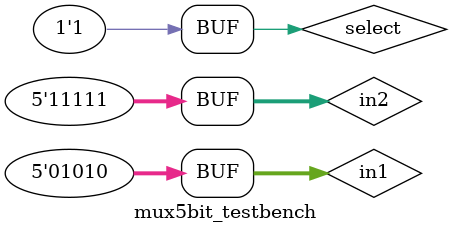
<source format=v>
module mux5bit_testbench();

reg[4:0] in1;
reg[4:0] in2;
reg select;
wire [4:0] out;


mux_for_destination_register test(out, select, in1, in2);


initial begin
in1 = 32'b01010; 
in2 = 32'b11111;
select = 1'b0; #50;

in1 = 32'b01010; 
in2 = 32'b11111;
select = 1'b1;

end

initial begin
$monitor("İn1 = %5b--in2 = %5b\nout = %5b--select = %1b", in1, in2, out, select);
end


endmodule

</source>
